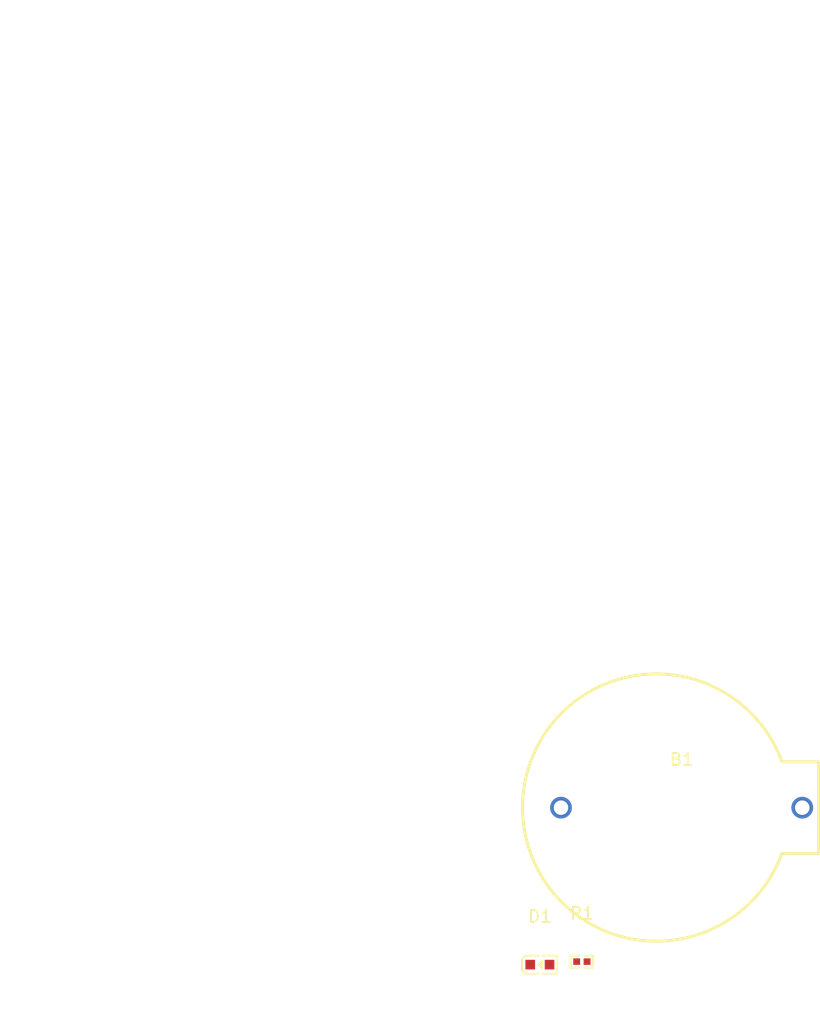
<source format=kicad_pcb>
(kicad_pcb (version 20240108) (generator "pcbnew") (generator_version "8.0")
  (layers (0 "F.Cu" signal) (31 "B.Cu" signal) (34 "B.Paste" user) (35 "F.Paste" user) (36 "B.SilkS" user "B.Silkscreen") (37 "F.SilkS" user "F.Silkscreen") (38 "B.Mask" user) (39 "F.Mask" user) (44 "Edge.Cuts" user))
  (net 0 "")
  (net 1 "B1-1-R1-2")
  (net 2 "D1-1-R1-1")
  (net 3 "B1-2-D1-2")
  (net 4 "GND")
  (footprint "lcsc:LED0603-RD-YELLOW" (layer "F.Cu") (at 64.752146 85.022146)
    (property "Reference" "D1" (at 0 -4 0) (layer "F.SilkS"))
    (property "Value" "LED")
    (fp_line (start -1.49 -0.45) (end -1.19 -0.75) (stroke (width 0.15)) (layer "F.SilkS"))
    (fp_line (start -1.49 -0.35) (end -1.49 -0.45) (stroke (width 0.15)) (layer "F.SilkS"))
    (fp_line (start -1.49 -0.35) (end -1.49 0.35) (stroke (width 0.15)) (layer "F.SilkS"))
    (fp_line (start -1.49 0.35) (end -1.49 0.45) (stroke (width 0.15)) (layer "F.SilkS"))
    (fp_line (start -1.49 0.45) (end -1.19 0.75) (stroke (width 0.15)) (layer "F.SilkS"))
    (fp_line (start -0.14 -0.75) (end -1.19 -0.75) (stroke (width 0.15)) (layer "F.SilkS"))
    (fp_line (start -0.14 0.75) (end -1.19 0.75) (stroke (width 0.15)) (layer "F.SilkS"))
    (fp_line (start 0.21 0.33) (end -0.12 0) (stroke (width 0.15)) (layer "F.SilkS"))
    (fp_line (start 0.22 -0.35) (end 0.22 -0.34) (stroke (width 0.15)) (layer "F.SilkS"))
    (fp_line (start 0.22 -0.35) (end 0.22 0.33) (stroke (width 0.15)) (layer "F.SilkS"))
    (fp_line (start 0.22 -0.34) (end -0.12 0) (stroke (width 0.15)) (layer "F.SilkS"))
    (fp_line (start 0.22 0) (end -0.12 0) (stroke (width 0.15)) (layer "F.SilkS"))
    (fp_line (start 0.22 0.33) (end 0.21 0.33) (stroke (width 0.15)) (layer "F.SilkS"))
    (fp_line (start 0.24 -0.75) (end 1.39 -0.75) (stroke (width 0.15)) (layer "F.SilkS"))
    (fp_line (start 0.24 0.75) (end 1.39 0.75) (stroke (width 0.15)) (layer "F.SilkS"))
    (fp_line (start 1.39 -0.75) (end 1.39 0.73) (stroke (width 0.15)) (layer "F.SilkS"))
    (pad "1" smd rect (at -0.8 0 90) (size 0.8 0.8) (layers "F.Cu" "F.Paste" "F.Mask") (net 2 "D1-1-R1-1"))
    (pad "2" smd rect (at 0.8 0 90) (size 0.8 0.8) (layers "F.Cu" "F.Paste" "F.Mask") (net 3 "B1-2-D1-2"))
  )
  (footprint "lcsc:R0402" (layer "F.Cu") (at 68.232146 84.772146)
    (property "Reference" "R1" (at 0 -4 0) (layer "F.SilkS"))
    (property "Value" "40.2Ω")
    (fp_line (start -0.94 -0.5) (end -0.23 -0.5) (stroke (width 0.15)) (layer "F.SilkS"))
    (fp_line (start -0.94 0.5) (end -0.94 -0.5) (stroke (width 0.15)) (layer "F.SilkS"))
    (fp_line (start -0.23 0.5) (end -0.94 0.5) (stroke (width 0.15)) (layer "F.SilkS"))
    (fp_line (start 0.23 0.5) (end 0.94 0.5) (stroke (width 0.15)) (layer "F.SilkS"))
    (fp_line (start 0.94 -0.5) (end 0.23 -0.5) (stroke (width 0.15)) (layer "F.SilkS"))
    (fp_line (start 0.94 0.5) (end 0.94 -0.5) (stroke (width 0.15)) (layer "F.SilkS"))
    (pad "1" smd rect (at -0.43 0) (size 0.57 0.54) (layers "F.Cu" "F.Paste" "F.Mask") (net 2 "D1-1-R1-1"))
    (pad "2" smd rect (at 0.43 0) (size 0.57 0.54) (layers "F.Cu" "F.Paste" "F.Mask") (net 1 "B1-1-R1-2"))
  )
  (footprint "lcsc:BAT-TH_BS-02-A1AJ010" (layer "F.Cu") (at 76.5 72)
    (property "Reference" "B1" (at 0 -4 0) (layer "F.SilkS"))
    (property "Value" "ButtonCell")
    (fp_line (start 8.32 -3.8) (end 11.36 -3.8) (stroke (width 0.25)) (layer "F.SilkS"))
    (fp_line (start 11.36 -3.8) (end 11.36 3.81) (stroke (width 0.25)) (layer "F.SilkS"))
    (fp_line (start 11.36 3.81) (end 8.31 3.81) (stroke (width 0.25)) (layer "F.SilkS"))
    (fp_arc (start 8.32 3.78) (mid -13.187854 -0.01049) (end 8.320334 -3.799083) (stroke (width 0.25)) (layer "F.SilkS"))
    (pad "1" thru_hole circle (at -10 0) (size 1.8 1.8) (drill 1.199998) (layers "*.Cu" "*.Mask") (net 1 "B1-1-R1-2"))
    (pad "2" thru_hole circle (at 10 0) (size 1.8 1.8) (drill 1.199998) (layers "*.Cu" "*.Mask") (net 3 "B1-2-D1-2"))
  )
)
</source>
